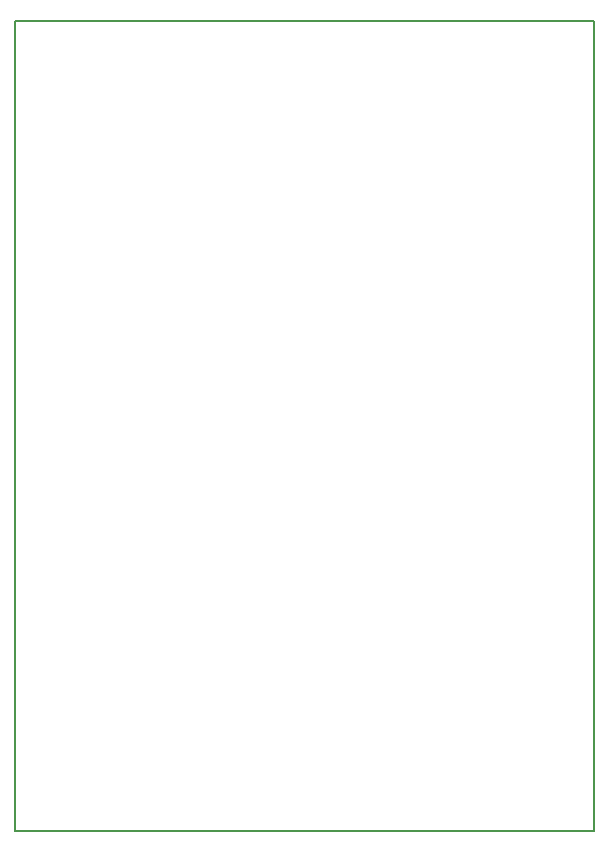
<source format=gbr>
G04 #@! TF.FileFunction,Profile,NP*
%FSLAX46Y46*%
G04 Gerber Fmt 4.6, Leading zero omitted, Abs format (unit mm)*
G04 Created by KiCad (PCBNEW 0.201508140901+6091~28~ubuntu14.04.1-product) date Tue 23 Feb 2016 10:02:54 PM EST*
%MOMM*%
G01*
G04 APERTURE LIST*
%ADD10C,0.100000*%
%ADD11C,0.150000*%
G04 APERTURE END LIST*
D10*
D11*
X62230000Y-13462000D02*
X62230000Y-13208000D01*
X62230000Y-13208000D02*
X62230000Y-13462000D01*
X13208000Y-13208000D02*
X62230000Y-13208000D01*
X62230000Y-81788000D02*
X13208000Y-81788000D01*
X13208000Y-81788000D02*
X13208000Y-13208000D01*
X62230000Y-13208000D02*
X62230000Y-81788000D01*
M02*

</source>
